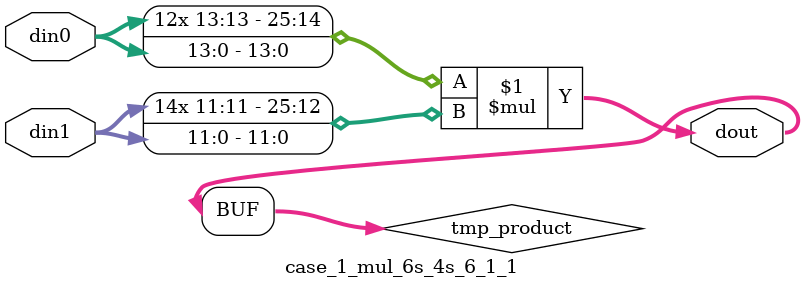
<source format=v>

`timescale 1 ns / 1 ps

 module case_1_mul_6s_4s_6_1_1(din0, din1, dout);
parameter ID = 1;
parameter NUM_STAGE = 0;
parameter din0_WIDTH = 14;
parameter din1_WIDTH = 12;
parameter dout_WIDTH = 26;

input [din0_WIDTH - 1 : 0] din0; 
input [din1_WIDTH - 1 : 0] din1; 
output [dout_WIDTH - 1 : 0] dout;

wire signed [dout_WIDTH - 1 : 0] tmp_product;



























assign tmp_product = $signed(din0) * $signed(din1);








assign dout = tmp_product;





















endmodule

</source>
